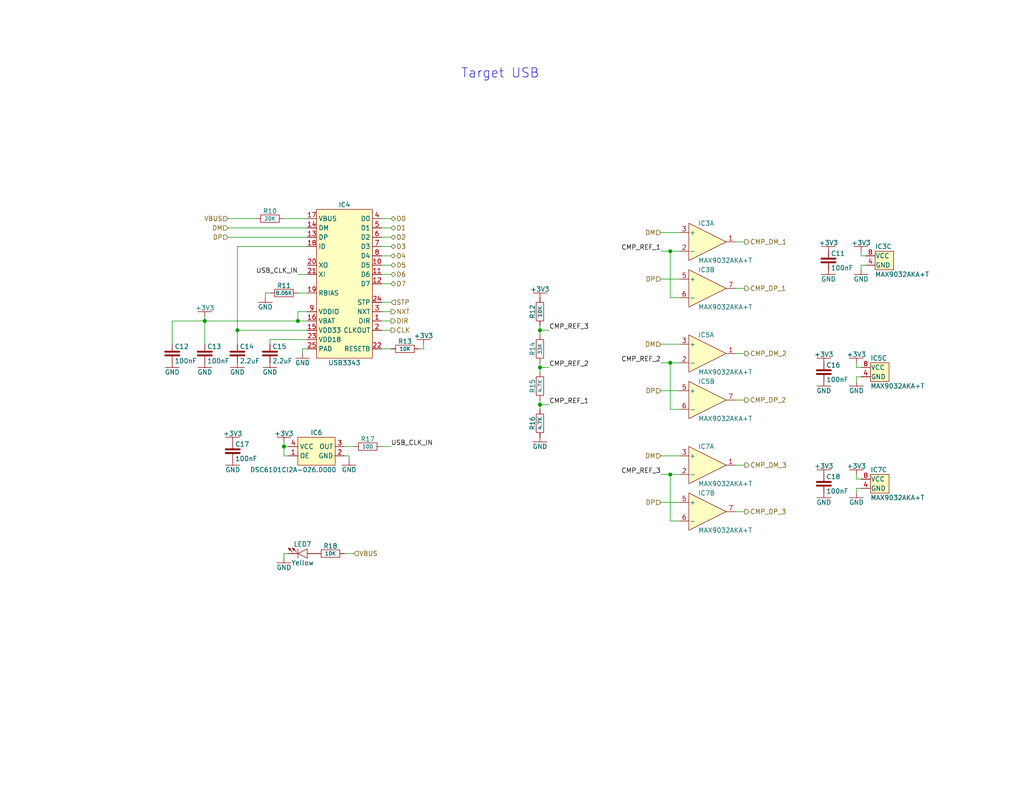
<source format=kicad_sch>
(kicad_sch (version 20230121) (generator eeschema)
  (paper "USLetter")
  (title_block (date "2023-06-16") (rev "6"))
  (lib_symbols
    (symbol "ataradov_crystal:DSC61XX-MHz"
      (property "Reference" "IC?" (at 0 3.81 0))
      (property "Value" "DSC61XX-MHz" (at 0 -6.35 0))
      (symbol "DSC61XX-MHz_0_1"
        (rectangle (start -5.08 2.54) (end 5.08 -5.08) (fill (type background)))
      )
      (symbol "DSC61XX-MHz_1_1"
        (pin passive line (at -7.62 -2.54 0) (length 2.54) (name "OE") (number "1"))
        (pin power_in line (at 7.62 -2.54 180) (length 2.54) (name "GND") (number "2"))
        (pin output line (at 7.62 0 180) (length 2.54) (name "OUT") (number "3"))
        (pin power_in line (at -7.62 0 0) (length 2.54) (name "VCC") (number "4"))
      )
    )
    (symbol "ataradov_ic:Comp-Dual" (pin_names (offset 0.127))
      (property "Reference" "IC?" (at -2.54 5.08 0))
      (property "Value" "Comp-Dual" (at -2.54 -5.08 0))
      (symbol "Comp-Dual_1_1"
        (polyline (pts (xy -5.08 5.08) (xy 5.08 0) (xy -5.08 -5.08) (xy -5.08 5.08)) (fill (type background)))
        (pin output line (at 7.62 0 180) (length 2.54) (name "~") (number "1"))
        (pin input line (at -7.62 -2.54 0) (length 2.54) (name "-") (number "2"))
        (pin input line (at -7.62 2.54 0) (length 2.54) (name "+") (number "3"))
      )
      (symbol "Comp-Dual_2_1"
        (polyline (pts (xy -5.08 5.08) (xy 5.08 0) (xy -5.08 -5.08) (xy -5.08 5.08)) (fill (type background)))
        (pin input line (at -7.62 2.54 0) (length 2.54) (name "+") (number "5"))
        (pin input line (at -7.62 -2.54 0) (length 2.54) (name "-") (number "6"))
        (pin output line (at 7.62 0 180) (length 2.54) (name "~") (number "7"))
      )
      (symbol "Comp-Dual_3_1"
        (rectangle (start -2.54 3.81) (end 2.54 -1.27) (fill (type background)))
        (pin power_in line (at -5.08 0 0) (length 2.54) (name "GND") (number "4"))
        (pin power_in line (at -5.08 2.54 0) (length 2.54) (name "VCC") (number "8"))
      )
    )
    (symbol "ataradov_ic:USB3343"
      (property "Reference" "IC?" (at 0 19.05 0))
      (property "Value" "USB3343" (at 0 -24.13 0))
      (symbol "USB3343_0_1"
        (rectangle (start -7.62 17.78) (end 7.62 -22.86) (fill (type background)))
      )
      (symbol "USB3343_1_0"
        (pin output line (at 10.16 -12.7 180) (length 2.54) (name "DIR") (number "1"))
        (pin bidirectional line (at 10.16 2.54 180) (length 2.54) (name "D5") (number "10"))
        (pin bidirectional line (at 10.16 0 180) (length 2.54) (name "D6") (number "11"))
        (pin bidirectional line (at 10.16 -2.54 180) (length 2.54) (name "D7") (number "12"))
        (pin bidirectional line (at -10.16 10.16 0) (length 2.54) (name "DP") (number "13"))
        (pin bidirectional line (at -10.16 12.7 0) (length 2.54) (name "DM") (number "14"))
        (pin power_out line (at -10.16 -15.24 0) (length 2.54) (name "VDD33") (number "15"))
        (pin power_in line (at -10.16 -12.7 0) (length 2.54) (name "VBAT") (number "16"))
        (pin input line (at -10.16 15.24 0) (length 2.54) (name "VBUS") (number "17"))
        (pin input line (at -10.16 7.62 0) (length 2.54) (name "ID") (number "18"))
        (pin passive line (at -10.16 -5.08 0) (length 2.54) (name "RBIAS") (number "19"))
        (pin output line (at 10.16 -15.24 180) (length 2.54) (name "CLKOUT") (number "2"))
        (pin output line (at -10.16 2.54 0) (length 2.54) (name "XO") (number "20"))
        (pin input line (at -10.16 0 0) (length 2.54) (name "XI") (number "21"))
        (pin input line (at 10.16 -20.32 180) (length 2.54) (name "RESETB") (number "22"))
        (pin power_out line (at -10.16 -17.78 0) (length 2.54) (name "VDD18") (number "23"))
        (pin input line (at 10.16 -7.62 180) (length 2.54) (name "STP") (number "24"))
        (pin passive line (at -10.16 -20.32 0) (length 2.54) (name "PAD") (number "25"))
        (pin output line (at 10.16 -10.16 180) (length 2.54) (name "NXT") (number "3"))
        (pin bidirectional line (at 10.16 15.24 180) (length 2.54) (name "D0") (number "4"))
        (pin bidirectional line (at 10.16 12.7 180) (length 2.54) (name "D1") (number "5"))
        (pin bidirectional line (at 10.16 10.16 180) (length 2.54) (name "D2") (number "6"))
        (pin bidirectional line (at 10.16 7.62 180) (length 2.54) (name "D3") (number "7"))
        (pin bidirectional line (at 10.16 5.08 180) (length 2.54) (name "D4") (number "8"))
        (pin power_in line (at -10.16 -10.16 0) (length 2.54) (name "VDDIO") (number "9"))
      )
    )
    (symbol "ataradov_led:LED" (pin_numbers hide) (pin_names (offset 1.016) hide)
      (property "Reference" "LED?" (at 0 2.54 0))
      (property "Value" "LED" (at 0 -2.54 0))
      (symbol "LED_0_1"
        (polyline (pts (xy 1.27 1.27) (xy 1.27 -1.27)))
        (polyline (pts (xy 2.1336 1.2192) (xy 2.4892 0.8636)))
        (polyline (pts (xy 2.794 1.524) (xy 2.2352 1.1684)))
        (polyline (pts (xy 2.794 1.524) (xy 2.4384 0.9652)))
        (polyline (pts (xy 3.2004 1.2192) (xy 3.556 0.8636)))
        (polyline (pts (xy 3.8608 1.524) (xy 3.302 1.1684)))
        (polyline (pts (xy 3.8608 1.524) (xy 3.4544 0.9652)))
        (polyline (pts (xy -1.27 1.27) (xy -1.27 -1.27) (xy 1.27 0) (xy -1.27 1.27)))
        (polyline (pts (xy 1.6256 0.3556) (xy 2.794 1.524) (xy 2.1336 1.2192) (xy 2.794 1.524) (xy 2.4892 0.8636)))
        (polyline (pts (xy 2.6924 0.3556) (xy 3.8608 1.524) (xy 3.2004 1.2192) (xy 3.8608 1.524) (xy 3.556 0.8636)))
      )
      (symbol "LED_1_1"
        (pin passive line (at -3.81 0 0) (length 2.54) (name "A") (number "1"))
        (pin passive line (at 3.81 0 180) (length 2.54) (name "K") (number "2"))
      )
    )
    (symbol "ataradov_pwr:+3V3" (power) (pin_names (offset 0))
      (property "Value" "+3V3" (at 0 2.286 0))
      (symbol "+3V3_0_1"
        (polyline (pts (xy -1.905 1.27) (xy 0 1.27)))
        (polyline (pts (xy 0 0) (xy 0 1.27)))
        (polyline (pts (xy 0 1.27) (xy 1.905 1.27)))
      )
      (symbol "+3V3_1_1"
        (pin power_in line (at 0 0 90) (length 0) hide (name "+3V3") (number "1"))
      )
    )
    (symbol "ataradov_pwr:GND" (power) (pin_names (offset 0))
      (property "Value" "GND" (at 0 -2.54 0))
      (symbol "GND_0_1"
        (polyline (pts (xy -1.905 -1.27) (xy 1.905 -1.27)))
        (polyline (pts (xy 0 0) (xy 0 -1.27)))
      )
      (symbol "GND_1_1"
        (pin power_in line (at 0 0 270) (length 0) hide (name "GND") (number "1"))
      )
    )
    (symbol "ataradov_rlc:C" (pin_numbers hide) (pin_names hide)
      (property "Reference" "C?" (at 0.635 1.905 0))
      (property "Value" "C" (at 0.635 -2.032 0))
      (symbol "C_0_1"
        (polyline (pts (xy -1.905 -0.508) (xy 1.905 -0.508)) (stroke (width 0.5)))
        (polyline (pts (xy -1.905 0.508) (xy 1.905 0.508)) (stroke (width 0.5)))
      )
      (symbol "C_1_1"
        (pin passive line (at 0 -2.54 90) (length 1.905) (name "1") (number "1"))
        (pin passive line (at 0 2.54 270) (length 1.905) (name "2") (number "2"))
      )
    )
    (symbol "ataradov_rlc:R" (pin_numbers hide) (pin_names hide)
      (property "Reference" "R?" (at 0 2.032 0))
      (property "Value" "R" (at 0 0 0))
      (symbol "R_0_1"
        (rectangle (start -2.54 1.016) (end 2.54 -1.016))
      )
      (symbol "R_1_1"
        (pin passive line (at -3.81 0 0) (length 1.27) (name "1") (number "1"))
        (pin passive line (at 3.81 0 180) (length 1.27) (name "2") (number "2"))
      )
    )
  )
  (junction (at 182.88 129.54))
  (junction (at 182.88 99.06))
  (junction (at 147.32 100.33))
  (junction (at 55.88 87.63))
  (junction (at 182.88 68.58))
  (junction (at 77.47 121.92))
  (junction (at 64.77 90.17))
  (junction (at 81.28 87.63))
  (junction (at 147.32 110.49))
  (junction (at 147.32 90.17))
  (wire (pts (xy 64.77 90.17) (xy 64.77 93.98)))
  (wire (pts (xy 78.74 124.46) (xy 77.47 124.46)))
  (wire (pts (xy 81.28 74.93) (xy 83.82 74.93)))
  (wire (pts (xy 77.47 120.65) (xy 77.47 121.92)))
  (wire (pts (xy 77.47 59.69) (xy 83.82 59.69)))
  (wire (pts (xy 55.88 87.63) (xy 55.88 93.98)))
  (wire (pts (xy 72.39 80.01) (xy 73.66 80.01)))
  (wire (pts (xy 233.68 133.35) (xy 233.68 134.62)))
  (wire (pts (xy 234.95 102.87) (xy 233.68 102.87)))
  (wire (pts (xy 104.14 59.69) (xy 106.68 59.69)))
  (wire (pts (xy 104.14 72.39) (xy 106.68 72.39)))
  (wire (pts (xy 104.14 95.25) (xy 106.68 95.25)))
  (wire (pts (xy 81.28 80.01) (xy 83.82 80.01)))
  (wire (pts (xy 185.42 99.06) (xy 182.88 99.06)))
  (wire (pts (xy 55.88 86.36) (xy 55.88 87.63)))
  (wire (pts (xy 77.47 151.13) (xy 78.74 151.13)))
  (wire (pts (xy 83.82 92.71) (xy 73.66 92.71)))
  (wire (pts (xy 114.3 95.25) (xy 115.57 95.25)))
  (wire (pts (xy 200.66 139.7) (xy 203.2 139.7)))
  (wire (pts (xy 180.34 124.46) (xy 185.42 124.46)))
  (wire (pts (xy 93.98 151.13) (xy 96.52 151.13)))
  (wire (pts (xy 104.14 87.63) (xy 106.68 87.63)))
  (wire (pts (xy 62.23 62.23) (xy 83.82 62.23)))
  (wire (pts (xy 234.95 130.81) (xy 233.68 130.81)))
  (wire (pts (xy 200.66 66.04) (xy 203.2 66.04)))
  (wire (pts (xy 46.99 87.63) (xy 55.88 87.63)))
  (wire (pts (xy 62.23 59.69) (xy 69.85 59.69)))
  (wire (pts (xy 180.34 63.5) (xy 185.42 63.5)))
  (wire (pts (xy 234.95 69.85) (xy 236.22 69.85)))
  (wire (pts (xy 182.88 111.76) (xy 185.42 111.76)))
  (wire (pts (xy 104.14 67.31) (xy 106.68 67.31)))
  (wire (pts (xy 200.66 96.52) (xy 203.2 96.52)))
  (wire (pts (xy 200.66 127) (xy 203.2 127)))
  (wire (pts (xy 104.14 62.23) (xy 106.68 62.23)))
  (wire (pts (xy 72.39 81.28) (xy 72.39 80.01)))
  (wire (pts (xy 182.88 99.06) (xy 182.88 111.76)))
  (wire (pts (xy 180.34 106.68) (xy 185.42 106.68)))
  (wire (pts (xy 147.32 90.17) (xy 147.32 91.44)))
  (wire (pts (xy 104.14 74.93) (xy 106.68 74.93)))
  (wire (pts (xy 73.66 92.71) (xy 73.66 93.98)))
  (wire (pts (xy 234.95 100.33) (xy 233.68 100.33)))
  (wire (pts (xy 185.42 129.54) (xy 182.88 129.54)))
  (wire (pts (xy 234.95 72.39) (xy 234.95 73.66)))
  (wire (pts (xy 147.32 109.22) (xy 147.32 110.49)))
  (wire (pts (xy 104.14 121.92) (xy 106.68 121.92)))
  (wire (pts (xy 147.32 110.49) (xy 149.86 110.49)))
  (wire (pts (xy 180.34 99.06) (xy 182.88 99.06)))
  (wire (pts (xy 104.14 82.55) (xy 106.68 82.55)))
  (wire (pts (xy 147.32 88.9) (xy 147.32 90.17)))
  (wire (pts (xy 64.77 67.31) (xy 64.77 90.17)))
  (wire (pts (xy 234.95 133.35) (xy 233.68 133.35)))
  (wire (pts (xy 77.47 121.92) (xy 78.74 121.92)))
  (wire (pts (xy 180.34 129.54) (xy 182.88 129.54)))
  (wire (pts (xy 147.32 99.06) (xy 147.32 100.33)))
  (wire (pts (xy 77.47 152.4) (xy 77.47 151.13)))
  (wire (pts (xy 234.95 68.58) (xy 234.95 69.85)))
  (wire (pts (xy 185.42 68.58) (xy 182.88 68.58)))
  (wire (pts (xy 104.14 90.17) (xy 106.68 90.17)))
  (wire (pts (xy 180.34 76.2) (xy 185.42 76.2)))
  (wire (pts (xy 234.95 72.39) (xy 236.22 72.39)))
  (wire (pts (xy 62.23 64.77) (xy 83.82 64.77)))
  (wire (pts (xy 233.68 102.87) (xy 233.68 104.14)))
  (wire (pts (xy 182.88 81.28) (xy 185.42 81.28)))
  (wire (pts (xy 82.55 96.52) (xy 82.55 95.25)))
  (wire (pts (xy 147.32 100.33) (xy 147.32 101.6)))
  (wire (pts (xy 83.82 90.17) (xy 64.77 90.17)))
  (wire (pts (xy 147.32 90.17) (xy 149.86 90.17)))
  (wire (pts (xy 46.99 87.63) (xy 46.99 93.98)))
  (wire (pts (xy 55.88 87.63) (xy 81.28 87.63)))
  (wire (pts (xy 83.82 87.63) (xy 81.28 87.63)))
  (wire (pts (xy 182.88 68.58) (xy 182.88 81.28)))
  (wire (pts (xy 233.68 129.54) (xy 233.68 130.81)))
  (wire (pts (xy 180.34 68.58) (xy 182.88 68.58)))
  (wire (pts (xy 104.14 85.09) (xy 106.68 85.09)))
  (wire (pts (xy 93.98 124.46) (xy 95.25 124.46)))
  (wire (pts (xy 81.28 85.09) (xy 83.82 85.09)))
  (wire (pts (xy 82.55 95.25) (xy 83.82 95.25)))
  (wire (pts (xy 147.32 100.33) (xy 149.86 100.33)))
  (wire (pts (xy 182.88 129.54) (xy 182.88 142.24)))
  (wire (pts (xy 77.47 124.46) (xy 77.47 121.92)))
  (wire (pts (xy 180.34 137.16) (xy 185.42 137.16)))
  (wire (pts (xy 180.34 93.98) (xy 185.42 93.98)))
  (wire (pts (xy 81.28 87.63) (xy 81.28 85.09)))
  (wire (pts (xy 104.14 64.77) (xy 106.68 64.77)))
  (wire (pts (xy 95.25 124.46) (xy 95.25 125.73)))
  (wire (pts (xy 64.77 67.31) (xy 83.82 67.31)))
  (wire (pts (xy 200.66 109.22) (xy 203.2 109.22)))
  (wire (pts (xy 104.14 77.47) (xy 106.68 77.47)))
  (wire (pts (xy 104.14 69.85) (xy 106.68 69.85)))
  (wire (pts (xy 182.88 142.24) (xy 185.42 142.24)))
  (wire (pts (xy 93.98 121.92) (xy 96.52 121.92)))
  (wire (pts (xy 233.68 99.06) (xy 233.68 100.33)))
  (wire (pts (xy 147.32 111.76) (xy 147.32 110.49)))
  (wire (pts (xy 115.57 93.98) (xy 115.57 95.25)))
  (wire (pts (xy 200.66 78.74) (xy 203.2 78.74)))
  (text "Target USB" (at 125.73 21.59 0) (effects (font (size 2.54 2.54)) (justify left bottom)))
  (label "CMP_REF_3" (at 149.86 90.17 0))
  (label "CMP_REF_2" (at 180.34 99.06 180))
  (label "CMP_REF_1" (at 180.34 68.58 180))
  (label "CMP_REF_1" (at 149.86 110.49 0))
  (label "USB_CLK_IN" (at 81.28 74.93 180))
  (label "CMP_REF_3" (at 180.34 129.54 180))
  (label "USB_CLK_IN" (at 106.68 121.92 0))
  (label "CMP_REF_2" (at 149.86 100.33 0))
  (hierarchical_label "CLK" (shape output) (at 106.68 90.17 0))
  (hierarchical_label "D7" (shape bidirectional) (at 106.68 77.47 0))
  (hierarchical_label "CMP_DM_2" (shape output) (at 203.2 96.52 0))
  (hierarchical_label "DP" (shape input) (at 62.23 64.77 180))
  (hierarchical_label "DM" (shape input) (at 180.34 63.5 180))
  (hierarchical_label "CMP_DM_1" (shape output) (at 203.2 66.04 0))
  (hierarchical_label "DP" (shape input) (at 180.34 76.2 180))
  (hierarchical_label "VBUS" (shape input) (at 62.23 59.69 180))
  (hierarchical_label "DM" (shape input) (at 180.34 124.46 180))
  (hierarchical_label "D3" (shape bidirectional) (at 106.68 67.31 0))
  (hierarchical_label "DIR" (shape output) (at 106.68 87.63 0))
  (hierarchical_label "STP" (shape input) (at 106.68 82.55 0))
  (hierarchical_label "DM" (shape input) (at 62.23 62.23 180))
  (hierarchical_label "CMP_DP_3" (shape output) (at 203.2 139.7 0))
  (hierarchical_label "DM" (shape input) (at 180.34 93.98 180))
  (hierarchical_label "D5" (shape bidirectional) (at 106.68 72.39 0))
  (hierarchical_label "D4" (shape bidirectional) (at 106.68 69.85 0))
  (hierarchical_label "D2" (shape bidirectional) (at 106.68 64.77 0))
  (hierarchical_label "DP" (shape input) (at 180.34 137.16 180))
  (hierarchical_label "NXT" (shape output) (at 106.68 85.09 0))
  (hierarchical_label "D6" (shape bidirectional) (at 106.68 74.93 0))
  (hierarchical_label "D1" (shape bidirectional) (at 106.68 62.23 0))
  (hierarchical_label "CMP_DM_3" (shape output) (at 203.2 127 0))
  (hierarchical_label "VBUS" (shape input) (at 96.52 151.13 0))
  (hierarchical_label "CMP_DP_1" (shape output) (at 203.2 78.74 0))
  (hierarchical_label "CMP_DP_2" (shape output) (at 203.2 109.22 0))
  (hierarchical_label "D0" (shape bidirectional) (at 106.68 59.69 0))
  (hierarchical_label "DP" (shape input) (at 180.34 106.68 180))
  (symbol (lib_id "ataradov_rlc:R") (at 90.17 151.13 0) (unit 1)
    (property "Reference" "R18" (at 90.17 149.098 0))
    (property "Value" "10K" (at 90.17 151.13 0) (effects (font (size 1.016 1.016))))
    (property "Footprint" "ataradov_smd:0603" (effects hide))
  )
  (symbol (lib_id "ataradov_pwr:+3V3") (at 233.68 99.06 0) (unit 1)
    (property "Reference" "#PWR060" (effects hide))
    (property "Value" "+3V3" (at 233.68 96.774 0))
  )
  (symbol (lib_id "ataradov_ic:Comp-Dual") (at 193.04 139.7 0) (unit 2)
    (property "Reference" "IC7" (at 190.5 134.62 0) (effects (justify left)))
    (property "Value" "MAX9032AKA+T" (at 190.5 144.78 0) (effects (justify left)))
    (property "Footprint" "ataradov_ic:SOT-23-8" (effects hide))
  )
  (symbol (lib_id "ataradov_pwr:GND") (at 72.39 81.28 0) (unit 1)
    (property "Reference" "#PWR050" (effects hide))
    (property "Value" "GND" (at 72.39 83.82 0))
  )
  (symbol (lib_id "ataradov_rlc:R") (at 147.32 115.57 90) (unit 1)
    (property "Reference" "R16" (at 145.288 115.57 0))
    (property "Value" "4.7K" (at 147.32 115.57 0) (effects (font (size 1.016 1.016))))
    (property "Footprint" "ataradov_smd:0603" (effects hide))
  )
  (symbol (lib_id "ataradov_pwr:+3V3") (at 234.95 68.58 0) (unit 1)
    (property "Reference" "#PWR047" (effects hide))
    (property "Value" "+3V3" (at 234.95 66.294 0))
  )
  (symbol (lib_id "ataradov_pwr:GND") (at 77.47 152.4 0) (unit 1)
    (property "Reference" "#PWR072" (effects hide))
    (property "Value" "GND" (at 77.47 154.94 0))
  )
  (symbol (lib_id "ataradov_ic:Comp-Dual") (at 193.04 109.22 0) (unit 2)
    (property "Reference" "IC5" (at 190.5 104.14 0) (effects (justify left)))
    (property "Value" "MAX9032AKA+T" (at 190.5 114.3 0) (effects (justify left)))
    (property "Footprint" "ataradov_ic:SOT-23-8" (effects hide))
  )
  (symbol (lib_id "ataradov_crystal:DSC61XX-MHz") (at 86.36 121.92 0) (unit 1)
    (property "Reference" "IC6" (at 86.36 118.11 0))
    (property "Value" "DSC6101CI2A-026.0000" (at 80.01 128.27 0))
    (property "Footprint" "ataradov_ic:CDFN-4-3.2x2.5mm" (effects hide))
  )
  (symbol (lib_id "ataradov_pwr:GND") (at 55.88 99.06 0) (unit 1)
    (property "Reference" "#PWR056" (effects hide))
    (property "Value" "GND" (at 55.88 101.6 0))
  )
  (symbol (lib_id "ataradov_ic:USB3343") (at 93.98 74.93 0) (unit 1)
    (property "Reference" "IC4" (at 93.98 55.88 0))
    (property "Value" "USB3343" (at 93.98 99.06 0))
    (property "Footprint" "ataradov_ic:QFN-24-0.5mm" (effects hide))
  )
  (symbol (lib_id "ataradov_rlc:R") (at 100.33 121.92 0) (unit 1)
    (property "Reference" "R17" (at 100.33 119.888 0))
    (property "Value" "100" (at 100.33 121.92 0) (effects (font (size 1.016 1.016))))
    (property "Footprint" "ataradov_smd:0603" (effects hide))
  )
  (symbol (lib_id "ataradov_rlc:C") (at 46.99 96.52 0) (unit 1)
    (property "Reference" "C12" (at 47.625 94.615 0) (effects (justify left)))
    (property "Value" "100nF" (at 47.625 98.552 0) (effects (justify left)))
    (property "Footprint" "ataradov_smd:0603" (effects hide))
  )
  (symbol (lib_id "ataradov_pwr:GND") (at 224.79 134.62 0) (unit 1)
    (property "Reference" "#PWR070" (effects hide))
    (property "Value" "GND" (at 224.79 137.16 0))
  )
  (symbol (lib_id "ataradov_rlc:R") (at 147.32 85.09 90) (unit 1)
    (property "Reference" "R12" (at 145.288 85.09 0))
    (property "Value" "10K" (at 147.32 85.09 0) (effects (font (size 1.016 1.016))))
    (property "Footprint" "ataradov_smd:0603" (effects hide))
  )
  (symbol (lib_id "ataradov_rlc:R") (at 147.32 105.41 90) (unit 1)
    (property "Reference" "R15" (at 145.288 105.41 0))
    (property "Value" "4.7K" (at 147.32 105.41 0) (effects (font (size 1.016 1.016))))
    (property "Footprint" "ataradov_smd:0603" (effects hide))
  )
  (symbol (lib_id "ataradov_pwr:GND") (at 73.66 99.06 0) (unit 1)
    (property "Reference" "#PWR058" (effects hide))
    (property "Value" "GND" (at 73.66 101.6 0))
  )
  (symbol (lib_id "ataradov_pwr:+3V3") (at 226.06 68.58 0) (unit 1)
    (property "Reference" "#PWR046" (effects hide))
    (property "Value" "+3V3" (at 226.06 66.294 0))
  )
  (symbol (lib_id "ataradov_pwr:GND") (at 46.99 99.06 0) (unit 1)
    (property "Reference" "#PWR055" (effects hide))
    (property "Value" "GND" (at 46.99 101.6 0))
  )
  (symbol (lib_id "ataradov_pwr:GND") (at 82.55 96.52 0) (unit 1)
    (property "Reference" "#PWR054" (effects hide))
    (property "Value" "GND" (at 82.55 99.06 0))
  )
  (symbol (lib_id "ataradov_rlc:R") (at 73.66 59.69 0) (unit 1)
    (property "Reference" "R10" (at 73.66 57.658 0))
    (property "Value" "20K" (at 73.66 59.69 0) (effects (font (size 1.016 1.016))))
    (property "Footprint" "ataradov_smd:0603" (effects hide))
  )
  (symbol (lib_id "ataradov_pwr:+3V3") (at 55.88 86.36 0) (unit 1)
    (property "Reference" "#PWR052" (effects hide))
    (property "Value" "+3V3" (at 55.88 84.074 0))
  )
  (symbol (lib_id "ataradov_pwr:+3V3") (at 224.79 99.06 0) (unit 1)
    (property "Reference" "#PWR059" (effects hide))
    (property "Value" "+3V3" (at 224.79 96.774 0))
  )
  (symbol (lib_id "ataradov_ic:Comp-Dual") (at 240.03 133.35 0) (unit 3)
    (property "Reference" "IC7" (at 237.49 128.27 0) (effects (justify left)))
    (property "Value" "MAX9032AKA+T" (at 237.49 135.89 0) (effects (justify left)))
    (property "Footprint" "ataradov_ic:SOT-23-8" (effects hide))
  )
  (symbol (lib_id "ataradov_rlc:C") (at 64.77 96.52 0) (unit 1)
    (property "Reference" "C14" (at 65.405 94.615 0) (effects (justify left)))
    (property "Value" "2.2uF" (at 65.405 98.552 0) (effects (justify left)))
    (property "Footprint" "ataradov_smd:0603" (effects hide))
  )
  (symbol (lib_id "ataradov_rlc:C") (at 55.88 96.52 0) (unit 1)
    (property "Reference" "C13" (at 56.515 94.615 0) (effects (justify left)))
    (property "Value" "100nF" (at 56.515 98.552 0) (effects (justify left)))
    (property "Footprint" "ataradov_smd:0603" (effects hide))
  )
  (symbol (lib_id "ataradov_pwr:+3V3") (at 77.47 120.65 0) (unit 1)
    (property "Reference" "#PWR065" (effects hide))
    (property "Value" "+3V3" (at 77.47 118.364 0))
  )
  (symbol (lib_id "ataradov_pwr:+3V3") (at 233.68 129.54 0) (unit 1)
    (property "Reference" "#PWR069" (effects hide))
    (property "Value" "+3V3" (at 233.68 127.254 0))
  )
  (symbol (lib_id "ataradov_pwr:GND") (at 95.25 125.73 0) (unit 1)
    (property "Reference" "#PWR067" (effects hide))
    (property "Value" "GND" (at 95.25 128.27 0))
  )
  (symbol (lib_id "ataradov_ic:Comp-Dual") (at 193.04 127 0) (unit 1)
    (property "Reference" "IC7" (at 190.5 121.92 0) (effects (justify left)))
    (property "Value" "MAX9032AKA+T" (at 190.5 132.08 0) (effects (justify left)))
    (property "Footprint" "ataradov_ic:SOT-23-8" (effects hide))
  )
  (symbol (lib_id "ataradov_rlc:R") (at 110.49 95.25 0) (unit 1)
    (property "Reference" "R13" (at 110.49 93.218 0))
    (property "Value" "10K" (at 110.49 95.25 0) (effects (font (size 1.016 1.016))))
    (property "Footprint" "ataradov_smd:0603" (effects hide))
  )
  (symbol (lib_id "ataradov_pwr:GND") (at 224.79 104.14 0) (unit 1)
    (property "Reference" "#PWR061" (effects hide))
    (property "Value" "GND" (at 224.79 106.68 0))
  )
  (symbol (lib_id "ataradov_pwr:+3V3") (at 147.32 81.28 0) (unit 1)
    (property "Reference" "#PWR051" (effects hide))
    (property "Value" "+3V3" (at 147.32 78.994 0))
  )
  (symbol (lib_id "ataradov_pwr:+3V3") (at 115.57 93.98 0) (unit 1)
    (property "Reference" "#PWR053" (effects hide))
    (property "Value" "+3V3" (at 115.57 91.694 0))
  )
  (symbol (lib_id "ataradov_rlc:C") (at 226.06 71.12 0) (unit 1)
    (property "Reference" "C11" (at 226.695 69.215 0) (effects (justify left)))
    (property "Value" "100nF" (at 226.695 73.152 0) (effects (justify left)))
    (property "Footprint" "ataradov_smd:0603" (effects hide))
  )
  (symbol (lib_id "ataradov_ic:Comp-Dual") (at 241.3 72.39 0) (unit 3)
    (property "Reference" "IC3" (at 238.76 67.31 0) (effects (justify left)))
    (property "Value" "MAX9032AKA+T" (at 238.76 74.93 0) (effects (justify left)))
    (property "Footprint" "ataradov_ic:SOT-23-8" (effects hide))
  )
  (symbol (lib_id "ataradov_pwr:GND") (at 64.77 99.06 0) (unit 1)
    (property "Reference" "#PWR057" (effects hide))
    (property "Value" "GND" (at 64.77 101.6 0))
  )
  (symbol (lib_id "ataradov_pwr:GND") (at 226.06 73.66 0) (unit 1)
    (property "Reference" "#PWR048" (effects hide))
    (property "Value" "GND" (at 226.06 76.2 0))
  )
  (symbol (lib_id "ataradov_ic:Comp-Dual") (at 240.03 102.87 0) (unit 3)
    (property "Reference" "IC5" (at 237.49 97.79 0) (effects (justify left)))
    (property "Value" "MAX9032AKA+T" (at 237.49 105.41 0) (effects (justify left)))
    (property "Footprint" "ataradov_ic:SOT-23-8" (effects hide))
  )
  (symbol (lib_id "ataradov_ic:Comp-Dual") (at 193.04 78.74 0) (unit 2)
    (property "Reference" "IC3" (at 190.5 73.66 0) (effects (justify left)))
    (property "Value" "MAX9032AKA+T" (at 190.5 83.82 0) (effects (justify left)))
    (property "Footprint" "ataradov_ic:SOT-23-8" (effects hide))
  )
  (symbol (lib_id "ataradov_ic:Comp-Dual") (at 193.04 96.52 0) (unit 1)
    (property "Reference" "IC5" (at 190.5 91.44 0) (effects (justify left)))
    (property "Value" "MAX9032AKA+T" (at 190.5 101.6 0) (effects (justify left)))
    (property "Footprint" "ataradov_ic:SOT-23-8" (effects hide))
  )
  (symbol (lib_id "ataradov_rlc:C") (at 73.66 96.52 0) (unit 1)
    (property "Reference" "C15" (at 74.295 94.615 0) (effects (justify left)))
    (property "Value" "2.2uF" (at 74.295 98.552 0) (effects (justify left)))
    (property "Footprint" "ataradov_smd:0603" (effects hide))
  )
  (symbol (lib_id "ataradov_pwr:GND") (at 233.68 134.62 0) (mirror y) (unit 1)
    (property "Reference" "#PWR071" (effects hide))
    (property "Value" "GND" (at 233.68 137.16 0))
  )
  (symbol (lib_id "ataradov_pwr:+3V3") (at 63.5 120.65 0) (unit 1)
    (property "Reference" "#PWR064" (effects hide))
    (property "Value" "+3V3" (at 63.5 118.364 0))
  )
  (symbol (lib_id "ataradov_rlc:R") (at 147.32 95.25 90) (unit 1)
    (property "Reference" "R14" (at 145.288 95.25 0))
    (property "Value" "33K" (at 147.32 95.25 0) (effects (font (size 1.016 1.016))))
    (property "Footprint" "ataradov_smd:0603" (effects hide))
  )
  (symbol (lib_id "ataradov_rlc:R") (at 77.47 80.01 0) (unit 1)
    (property "Reference" "R11" (at 77.47 77.978 0))
    (property "Value" "8.06K" (at 77.47 80.01 0) (effects (font (size 1.016 1.016))))
    (property "Footprint" "ataradov_smd:0603" (effects hide))
  )
  (symbol (lib_id "ataradov_led:LED") (at 82.55 151.13 0) (mirror y) (unit 1)
    (property "Reference" "LED7" (at 82.55 148.59 0))
    (property "Value" "Yellow" (at 82.55 153.67 0))
    (property "Footprint" "ataradov_smd:0603" (effects hide))
  )
  (symbol (lib_id "ataradov_pwr:+3V3") (at 224.79 129.54 0) (unit 1)
    (property "Reference" "#PWR068" (effects hide))
    (property "Value" "+3V3" (at 224.79 127.254 0))
  )
  (symbol (lib_id "ataradov_pwr:GND") (at 233.68 104.14 0) (mirror y) (unit 1)
    (property "Reference" "#PWR062" (effects hide))
    (property "Value" "GND" (at 233.68 106.68 0))
  )
  (symbol (lib_id "ataradov_rlc:C") (at 224.79 132.08 0) (unit 1)
    (property "Reference" "C18" (at 225.425 130.175 0) (effects (justify left)))
    (property "Value" "100nF" (at 225.425 134.112 0) (effects (justify left)))
    (property "Footprint" "ataradov_smd:0603" (effects hide))
  )
  (symbol (lib_id "ataradov_rlc:C") (at 63.5 123.19 0) (unit 1)
    (property "Reference" "C17" (at 64.135 121.285 0) (effects (justify left)))
    (property "Value" "100nF" (at 64.135 125.222 0) (effects (justify left)))
    (property "Footprint" "ataradov_smd:0603" (effects hide))
  )
  (symbol (lib_id "ataradov_rlc:C") (at 224.79 101.6 0) (unit 1)
    (property "Reference" "C16" (at 225.425 99.695 0) (effects (justify left)))
    (property "Value" "100nF" (at 225.425 103.632 0) (effects (justify left)))
    (property "Footprint" "ataradov_smd:0603" (effects hide))
  )
  (symbol (lib_id "ataradov_ic:Comp-Dual") (at 193.04 66.04 0) (unit 1)
    (property "Reference" "IC3" (at 190.5 60.96 0) (effects (justify left)))
    (property "Value" "MAX9032AKA+T" (at 190.5 71.12 0) (effects (justify left)))
    (property "Footprint" "ataradov_ic:SOT-23-8" (effects hide))
  )
  (symbol (lib_id "ataradov_pwr:GND") (at 234.95 73.66 0) (mirror y) (unit 1)
    (property "Reference" "#PWR049" (effects hide))
    (property "Value" "GND" (at 234.95 76.2 0))
  )
  (symbol (lib_id "ataradov_pwr:GND") (at 147.32 119.38 0) (unit 1)
    (property "Reference" "#PWR063" (effects hide))
    (property "Value" "GND" (at 147.32 121.92 0))
  )
  (symbol (lib_id "ataradov_pwr:GND") (at 63.5 125.73 0) (unit 1)
    (property "Reference" "#PWR066" (effects hide))
    (property "Value" "GND" (at 63.5 128.27 0))
  )
)
</source>
